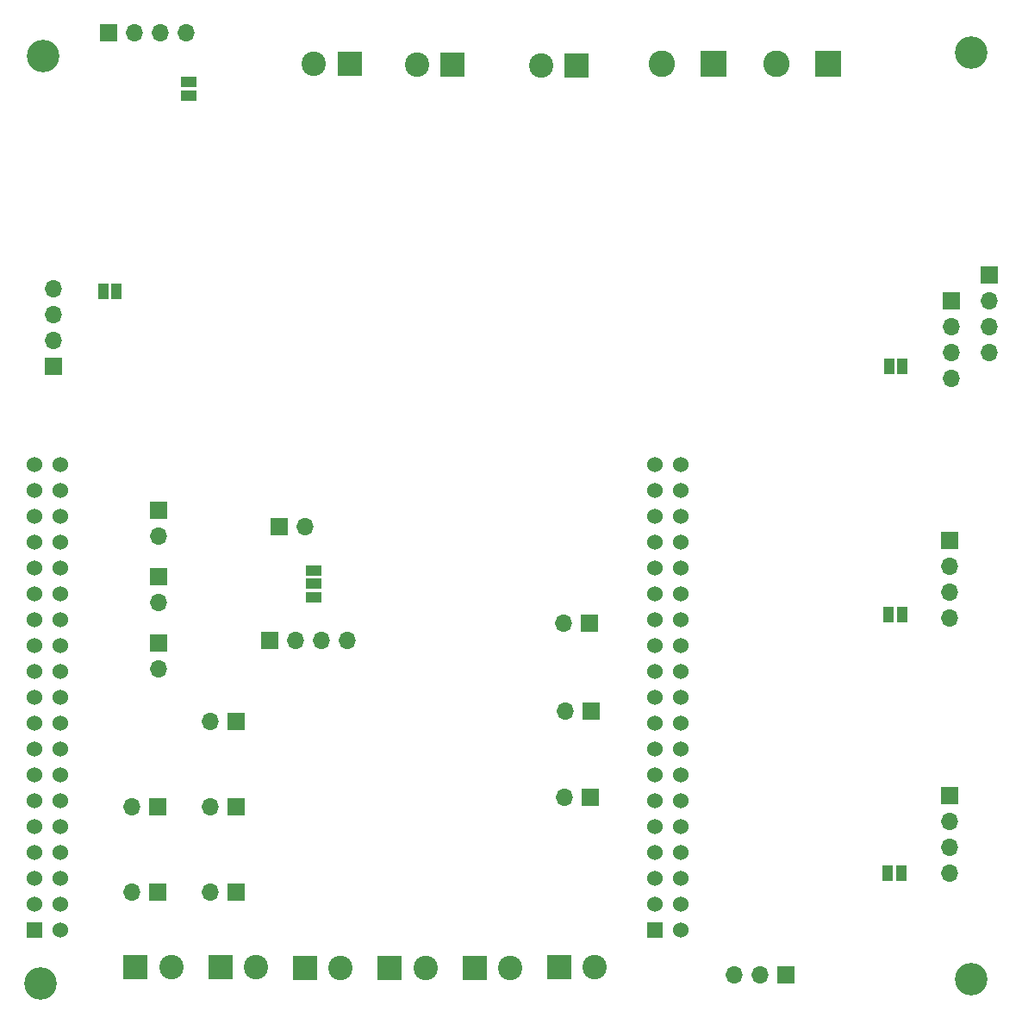
<source format=gbs>
%TF.GenerationSoftware,KiCad,Pcbnew,5.0.0-rc2-dev-unknown-bf135b0~64~ubuntu18.04.1*%
%TF.CreationDate,2018-05-03T23:22:02-07:00*%
%TF.ProjectId,PrntrBoardV1,50726E7472426F61726456312E6B6963,rev?*%
%TF.SameCoordinates,Original*%
%TF.FileFunction,Soldermask,Bot*%
%TF.FilePolarity,Negative*%
%FSLAX46Y46*%
G04 Gerber Fmt 4.6, Leading zero omitted, Abs format (unit mm)*
G04 Created by KiCad (PCBNEW 5.0.0-rc2-dev-unknown-bf135b0~64~ubuntu18.04.1) date Thu May  3 23:22:02 2018*
%MOMM*%
%LPD*%
G01*
G04 APERTURE LIST*
%ADD10C,1.524000*%
%ADD11R,1.524000X1.524000*%
%ADD12C,3.200000*%
%ADD13R,2.600000X2.600000*%
%ADD14C,2.600000*%
%ADD15R,2.400000X2.400000*%
%ADD16C,2.400000*%
%ADD17O,1.700000X1.700000*%
%ADD18R,1.700000X1.700000*%
%ADD19R,1.000000X1.500000*%
%ADD20R,1.500000X1.000000*%
G04 APERTURE END LIST*
D10*
X25463500Y-109156500D03*
X25463500Y-106616500D03*
X25463500Y-104076500D03*
X25463500Y-101536500D03*
X25463500Y-98996500D03*
X25463500Y-96456500D03*
X25463500Y-93916500D03*
X25463500Y-91376500D03*
X25463500Y-88836500D03*
X25463500Y-86296500D03*
X25463500Y-83756500D03*
X25463500Y-81216500D03*
X25463500Y-78676500D03*
X25463500Y-76136500D03*
X25463500Y-73596500D03*
X25463500Y-71056500D03*
X25463500Y-68516500D03*
X25463500Y-65976500D03*
D11*
X22923500Y-109156500D03*
D10*
X22923500Y-106616500D03*
X22923500Y-104076500D03*
X22923500Y-101536500D03*
X22923500Y-98996500D03*
X22923500Y-96456500D03*
X22923500Y-93916500D03*
X22923500Y-91376500D03*
X22923500Y-88836500D03*
X22923500Y-86296500D03*
X22923500Y-83756500D03*
X22923500Y-81216500D03*
X22923500Y-78676500D03*
X22923500Y-76136500D03*
X22923500Y-73596500D03*
X22923500Y-71056500D03*
X22923500Y-68516500D03*
X22923500Y-65976500D03*
D11*
X83883500Y-109156500D03*
D10*
X83883500Y-106616500D03*
X83883500Y-104076500D03*
X83883500Y-101536500D03*
X83883500Y-98996500D03*
X83883500Y-96456500D03*
X83883500Y-93916500D03*
X83883500Y-91376500D03*
X83883500Y-88836500D03*
X83883500Y-86296500D03*
X83883500Y-83756500D03*
X83883500Y-81216500D03*
X83883500Y-78676500D03*
X83883500Y-76136500D03*
X83883500Y-73596500D03*
X83883500Y-71056500D03*
X83883500Y-68516500D03*
X83883500Y-65976500D03*
X86423500Y-109156500D03*
X86423500Y-106616500D03*
X86423500Y-104076500D03*
X86423500Y-101536500D03*
X86423500Y-98996500D03*
X86423500Y-96456500D03*
X86423500Y-93916500D03*
X86423500Y-91376500D03*
X86423500Y-88836500D03*
X86423500Y-86296500D03*
X86423500Y-83756500D03*
X86423500Y-81216500D03*
X86423500Y-78676500D03*
X86423500Y-76136500D03*
X86423500Y-73596500D03*
X86423500Y-71056500D03*
X86423500Y-68516500D03*
X86423500Y-65976500D03*
X83883500Y-63436500D03*
X86423500Y-63436500D03*
X25463500Y-63436500D03*
X22923500Y-63436500D03*
D12*
X23558500Y-114427000D03*
D13*
X100948500Y-24130000D03*
D14*
X95868500Y-24130000D03*
D13*
X89649300Y-24130000D03*
D14*
X84569300Y-24130000D03*
D15*
X64033400Y-24155400D03*
D16*
X60533400Y-24155400D03*
D15*
X76238100Y-24307800D03*
D16*
X72738100Y-24307800D03*
D15*
X49504600Y-112877600D03*
D16*
X53004600Y-112877600D03*
D15*
X32885500Y-112839500D03*
D16*
X36385500Y-112839500D03*
D15*
X41211500Y-112839500D03*
D16*
X44711500Y-112839500D03*
D15*
X74523600Y-112839500D03*
D16*
X78023600Y-112839500D03*
D15*
X57872699Y-112880900D03*
D16*
X61372699Y-112880900D03*
D15*
X53919000Y-24130000D03*
D16*
X50419000Y-24130000D03*
D15*
X66205100Y-112877600D03*
D16*
X69705100Y-112877600D03*
D17*
X49530000Y-69532500D03*
D18*
X46990000Y-69532500D03*
D17*
X40259000Y-97091500D03*
D18*
X42799000Y-97091500D03*
D17*
X40246300Y-88671400D03*
D18*
X42786300Y-88671400D03*
D17*
X35153600Y-77038200D03*
D18*
X35153600Y-74498200D03*
D17*
X35153600Y-70459600D03*
D18*
X35153600Y-67919600D03*
D17*
X32524700Y-97066100D03*
D18*
X35064700Y-97066100D03*
D17*
X40259000Y-105473500D03*
D18*
X42799000Y-105473500D03*
D17*
X75082400Y-87655400D03*
D18*
X77622400Y-87655400D03*
D17*
X32486600Y-105473500D03*
D18*
X35026600Y-105473500D03*
D17*
X35128200Y-83578700D03*
D18*
X35128200Y-81038700D03*
D17*
X75044300Y-96177100D03*
D18*
X77584300Y-96177100D03*
D17*
X74968100Y-79070200D03*
D18*
X77508100Y-79070200D03*
D17*
X91694000Y-113601500D03*
X94234000Y-113601500D03*
D18*
X96774000Y-113601500D03*
D17*
X112877600Y-78536800D03*
X112877600Y-75996800D03*
X112877600Y-73456800D03*
D18*
X112877600Y-70916800D03*
D17*
X116738400Y-52476400D03*
X116738400Y-49936400D03*
X116738400Y-47396400D03*
D18*
X116738400Y-44856400D03*
D17*
X113080800Y-55016400D03*
X113080800Y-52476400D03*
X113080800Y-49936400D03*
D18*
X113080800Y-47396400D03*
D17*
X112877600Y-103581200D03*
X112877600Y-101041200D03*
X112877600Y-98501200D03*
D18*
X112877600Y-95961200D03*
D17*
X24844800Y-46181600D03*
X24844800Y-48721600D03*
X24844800Y-51261600D03*
D18*
X24844800Y-53801600D03*
D17*
X53717100Y-80758700D03*
X51177100Y-80758700D03*
X48637100Y-80758700D03*
D18*
X46097100Y-80758700D03*
D17*
X37896800Y-21082000D03*
X35356800Y-21082000D03*
X32816800Y-21082000D03*
D18*
X30276800Y-21082000D03*
D19*
X106800000Y-103600000D03*
X108100000Y-103600000D03*
D20*
X38150800Y-27208000D03*
X38150800Y-25908000D03*
D19*
X31030700Y-46443900D03*
X29730700Y-46443900D03*
X106883200Y-78232000D03*
X108183200Y-78232000D03*
X106934000Y-53848000D03*
X108234000Y-53848000D03*
D20*
X50355500Y-76484000D03*
X50355500Y-75184000D03*
X50355500Y-73884000D03*
D12*
X115000000Y-23000000D03*
X23774400Y-23368000D03*
X115000000Y-114000000D03*
M02*

</source>
